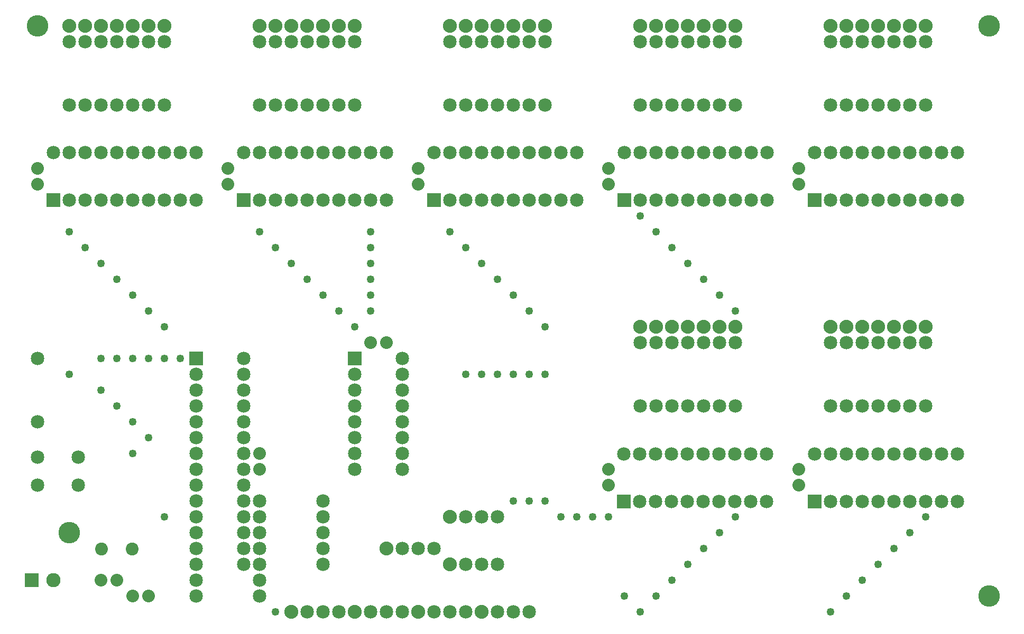
<source format=gts>
G04 MADE WITH FRITZING*
G04 WWW.FRITZING.ORG*
G04 DOUBLE SIDED*
G04 HOLES PLATED*
G04 CONTOUR ON CENTER OF CONTOUR VECTOR*
%ASAXBY*%
%FSLAX23Y23*%
%MOIN*%
%OFA0B0*%
%SFA1.0B1.0*%
%ADD10C,0.135984*%
%ADD11C,0.049370*%
%ADD12C,0.090000*%
%ADD13C,0.088000*%
%ADD14C,0.085000*%
%ADD15C,0.080000*%
%ADD16C,0.080925*%
%ADD17C,0.080866*%
%ADD18R,0.090000X0.090000*%
%ADD19R,0.085000X0.085000*%
%LNMASK1*%
G90*
G70*
G54D10*
X365Y595D03*
X6165Y195D03*
X6165Y3795D03*
X165Y3795D03*
G54D11*
X3865Y195D03*
X1665Y95D03*
X365Y1595D03*
X565Y1495D03*
X565Y1695D03*
X665Y1395D03*
X665Y1695D03*
X765Y1295D03*
X865Y1195D03*
X765Y1695D03*
X865Y1695D03*
X965Y1695D03*
X1065Y1695D03*
X965Y695D03*
X765Y1095D03*
X1565Y2495D03*
X1665Y2395D03*
X1765Y2295D03*
X1865Y2195D03*
X1965Y2095D03*
X2065Y1995D03*
X2165Y1895D03*
X365Y2495D03*
X465Y2395D03*
X565Y2295D03*
X665Y2195D03*
X765Y2095D03*
X865Y1995D03*
X965Y1895D03*
X2765Y2495D03*
X2865Y2395D03*
X2965Y2295D03*
X3065Y2195D03*
X3165Y2095D03*
X3265Y1995D03*
X2265Y2495D03*
X2265Y2395D03*
X2265Y2295D03*
X2265Y2195D03*
X2265Y2095D03*
X2265Y1995D03*
X3965Y2595D03*
X4065Y2495D03*
X4165Y2395D03*
X4265Y2295D03*
X4365Y2195D03*
X4465Y2095D03*
X4565Y1995D03*
X4565Y696D03*
X4465Y595D03*
X4365Y495D03*
X4265Y395D03*
X4165Y295D03*
X4065Y195D03*
X3965Y95D03*
X5165Y95D03*
X5265Y195D03*
X5366Y297D03*
X5465Y395D03*
X5565Y495D03*
X5665Y595D03*
X5765Y695D03*
X3765Y695D03*
X3665Y695D03*
X3565Y695D03*
X3465Y695D03*
X3365Y795D03*
X3265Y795D03*
X3165Y795D03*
X3365Y1895D03*
X3365Y1595D03*
X3265Y1595D03*
X3165Y1595D03*
X3065Y1595D03*
X2965Y1595D03*
X2865Y1595D03*
G54D12*
X128Y295D03*
X265Y295D03*
G54D13*
X2765Y695D03*
X2765Y395D03*
X2365Y495D03*
X2965Y95D03*
X2565Y95D03*
X2165Y95D03*
X1765Y95D03*
X3965Y1895D03*
X4065Y1895D03*
X4165Y1895D03*
X4265Y1895D03*
X4365Y1895D03*
X4465Y1895D03*
X4565Y1895D03*
X5165Y1895D03*
X5265Y1895D03*
X5365Y1895D03*
X5465Y1895D03*
X5565Y1895D03*
X5665Y1895D03*
X5765Y1895D03*
X5165Y3795D03*
X5265Y3795D03*
X5365Y3795D03*
X5465Y3795D03*
X5565Y3795D03*
X5665Y3795D03*
X5765Y3795D03*
X3965Y3795D03*
X4065Y3795D03*
X4165Y3795D03*
X4265Y3795D03*
X4365Y3795D03*
X4465Y3795D03*
X4565Y3795D03*
X2765Y3795D03*
X2865Y3795D03*
X2965Y3795D03*
X3065Y3795D03*
X3165Y3795D03*
X3265Y3795D03*
X3365Y3795D03*
X1565Y3795D03*
X1665Y3795D03*
X1765Y3795D03*
X1865Y3795D03*
X1965Y3795D03*
X2065Y3795D03*
X2165Y3795D03*
X365Y3795D03*
X465Y3795D03*
X565Y3795D03*
X665Y3795D03*
X765Y3795D03*
X865Y3795D03*
X965Y3795D03*
G54D14*
X1165Y1695D03*
X1465Y1695D03*
X1165Y1595D03*
X1465Y1595D03*
X1165Y1495D03*
X1465Y1495D03*
X1165Y1395D03*
X1465Y1395D03*
X1165Y1295D03*
X1465Y1295D03*
X1165Y1195D03*
X1465Y1195D03*
X1165Y1095D03*
X1465Y1095D03*
X1165Y995D03*
X1465Y995D03*
X1165Y895D03*
X1465Y895D03*
X1165Y795D03*
X1465Y795D03*
X1165Y695D03*
X1465Y695D03*
X1165Y595D03*
X1465Y595D03*
X1165Y495D03*
X1465Y495D03*
X1165Y395D03*
X1465Y395D03*
X165Y1073D03*
X421Y1073D03*
X165Y895D03*
X421Y895D03*
X2165Y1695D03*
X2465Y1695D03*
X2165Y1595D03*
X2465Y1595D03*
X2165Y1495D03*
X2465Y1495D03*
X2165Y1395D03*
X2465Y1395D03*
X2165Y1295D03*
X2465Y1295D03*
X2165Y1195D03*
X2465Y1195D03*
X2165Y1095D03*
X2465Y1095D03*
X2165Y995D03*
X2465Y995D03*
G54D15*
X666Y295D03*
X565Y295D03*
X765Y195D03*
X865Y195D03*
G54D16*
X762Y492D03*
G54D17*
X569Y492D03*
G54D14*
X2865Y695D03*
X2965Y695D03*
X3065Y695D03*
X2865Y395D03*
X2965Y395D03*
X3065Y395D03*
X2465Y495D03*
X2565Y495D03*
X2665Y495D03*
X3065Y95D03*
X3165Y95D03*
X3265Y95D03*
X2665Y95D03*
X2765Y95D03*
X2865Y95D03*
X2265Y95D03*
X2365Y95D03*
X2465Y95D03*
X1865Y95D03*
X1965Y95D03*
X2065Y95D03*
X265Y2695D03*
X265Y2995D03*
X365Y2695D03*
X365Y2995D03*
X465Y2695D03*
X465Y2995D03*
X565Y2695D03*
X565Y2995D03*
X665Y2695D03*
X665Y2995D03*
X765Y2695D03*
X765Y2995D03*
X865Y2695D03*
X865Y2995D03*
X965Y2695D03*
X965Y2995D03*
X1065Y2695D03*
X1065Y2995D03*
X1165Y2695D03*
X1165Y2995D03*
X1465Y2695D03*
X1465Y2995D03*
X1565Y2695D03*
X1565Y2995D03*
X1665Y2695D03*
X1665Y2995D03*
X1765Y2695D03*
X1765Y2995D03*
X1865Y2695D03*
X1865Y2995D03*
X1965Y2695D03*
X1965Y2995D03*
X2065Y2695D03*
X2065Y2995D03*
X2165Y2695D03*
X2165Y2995D03*
X2265Y2695D03*
X2265Y2995D03*
X2365Y2695D03*
X2365Y2995D03*
X2665Y2695D03*
X2665Y2995D03*
X2765Y2695D03*
X2765Y2995D03*
X2865Y2695D03*
X2865Y2995D03*
X2965Y2695D03*
X2965Y2995D03*
X3065Y2695D03*
X3065Y2995D03*
X3165Y2695D03*
X3165Y2995D03*
X3265Y2695D03*
X3265Y2995D03*
X3365Y2695D03*
X3365Y2995D03*
X3465Y2695D03*
X3465Y2995D03*
X3565Y2695D03*
X3565Y2995D03*
X3865Y2695D03*
X3865Y2995D03*
X3965Y2695D03*
X3965Y2995D03*
X4065Y2695D03*
X4065Y2995D03*
X4165Y2695D03*
X4165Y2995D03*
X4265Y2695D03*
X4265Y2995D03*
X4365Y2695D03*
X4365Y2995D03*
X4465Y2695D03*
X4465Y2995D03*
X4565Y2695D03*
X4565Y2995D03*
X4665Y2695D03*
X4665Y2995D03*
X4765Y2695D03*
X4765Y2995D03*
X5065Y2695D03*
X5065Y2995D03*
X5165Y2695D03*
X5165Y2995D03*
X5265Y2695D03*
X5265Y2995D03*
X5365Y2695D03*
X5365Y2995D03*
X5465Y2695D03*
X5465Y2995D03*
X5565Y2695D03*
X5565Y2995D03*
X5665Y2695D03*
X5665Y2995D03*
X5765Y2695D03*
X5765Y2995D03*
X5865Y2695D03*
X5865Y2995D03*
X5965Y2695D03*
X5965Y2995D03*
X5065Y794D03*
X5065Y1094D03*
X5165Y794D03*
X5165Y1094D03*
X5265Y794D03*
X5265Y1094D03*
X5365Y794D03*
X5365Y1094D03*
X5465Y794D03*
X5465Y1094D03*
X5565Y794D03*
X5565Y1094D03*
X5665Y794D03*
X5665Y1094D03*
X5765Y794D03*
X5765Y1094D03*
X5865Y794D03*
X5865Y1094D03*
X5965Y794D03*
X5965Y1094D03*
X3864Y794D03*
X3864Y1094D03*
X3964Y794D03*
X3964Y1094D03*
X4064Y794D03*
X4064Y1094D03*
X4164Y794D03*
X4164Y1094D03*
X4264Y794D03*
X4264Y1094D03*
X4364Y794D03*
X4364Y1094D03*
X4464Y794D03*
X4464Y1094D03*
X4564Y794D03*
X4564Y1094D03*
X4664Y794D03*
X4664Y1094D03*
X4764Y794D03*
X4764Y1094D03*
X5365Y1795D03*
X5365Y1395D03*
X5465Y1795D03*
X5465Y1395D03*
X5665Y1795D03*
X5665Y1395D03*
X5565Y1795D03*
X5565Y1395D03*
X1965Y395D03*
X1565Y395D03*
X1965Y495D03*
X1565Y495D03*
X1965Y595D03*
X1565Y595D03*
X1965Y695D03*
X1565Y695D03*
X1965Y795D03*
X1565Y795D03*
X1565Y295D03*
X1165Y295D03*
X1565Y195D03*
X1165Y195D03*
X165Y1295D03*
X165Y1695D03*
X4565Y1795D03*
X4565Y1395D03*
X4465Y1795D03*
X4465Y1395D03*
X4365Y1795D03*
X4365Y1395D03*
X4265Y1795D03*
X4265Y1395D03*
X4165Y1795D03*
X4165Y1395D03*
X4065Y1795D03*
X4065Y1395D03*
X3965Y1795D03*
X3965Y1395D03*
X5765Y1795D03*
X5765Y1395D03*
X5265Y1795D03*
X5265Y1395D03*
X5165Y1795D03*
X5165Y1395D03*
X5765Y3695D03*
X5765Y3295D03*
X5665Y3695D03*
X5665Y3295D03*
X5565Y3695D03*
X5565Y3295D03*
X5465Y3695D03*
X5465Y3295D03*
X5265Y3695D03*
X5265Y3295D03*
X4565Y3695D03*
X4565Y3295D03*
X4365Y3695D03*
X4365Y3295D03*
X4465Y3695D03*
X4465Y3295D03*
X5165Y3695D03*
X5165Y3295D03*
X5365Y3695D03*
X5365Y3295D03*
X4165Y3695D03*
X4165Y3295D03*
X3965Y3695D03*
X3965Y3295D03*
X3265Y3695D03*
X3265Y3295D03*
X3365Y3695D03*
X3365Y3295D03*
X4065Y3695D03*
X4065Y3295D03*
X4265Y3695D03*
X4265Y3295D03*
X3065Y3695D03*
X3065Y3295D03*
X2865Y3695D03*
X2865Y3295D03*
X2165Y3695D03*
X2165Y3295D03*
X2765Y3695D03*
X2765Y3295D03*
X2965Y3695D03*
X2965Y3295D03*
X3165Y3695D03*
X3165Y3295D03*
X1965Y3695D03*
X1965Y3295D03*
X1765Y3695D03*
X1765Y3295D03*
X1565Y3695D03*
X1565Y3295D03*
X1665Y3695D03*
X1665Y3295D03*
X1865Y3695D03*
X1865Y3295D03*
X2065Y3695D03*
X2065Y3295D03*
X965Y3695D03*
X965Y3295D03*
X865Y3695D03*
X865Y3295D03*
X765Y3695D03*
X765Y3295D03*
X665Y3695D03*
X665Y3295D03*
X565Y3695D03*
X565Y3295D03*
X465Y3695D03*
X465Y3295D03*
X365Y3695D03*
X365Y3295D03*
G54D15*
X4965Y2895D03*
X4965Y2795D03*
X3765Y2895D03*
X3765Y2795D03*
X2565Y2895D03*
X2565Y2795D03*
X1365Y2895D03*
X1365Y2795D03*
X165Y2895D03*
X165Y2795D03*
X4965Y995D03*
X4965Y895D03*
X3765Y995D03*
X3765Y895D03*
X2265Y1795D03*
X2366Y1795D03*
X1565Y1095D03*
X1565Y995D03*
G54D18*
X128Y295D03*
G54D19*
X1165Y1695D03*
X2165Y1695D03*
X265Y2695D03*
X1465Y2695D03*
X2665Y2695D03*
X3865Y2695D03*
X5065Y2695D03*
X5065Y794D03*
X3864Y794D03*
G04 End of Mask1*
M02*
</source>
